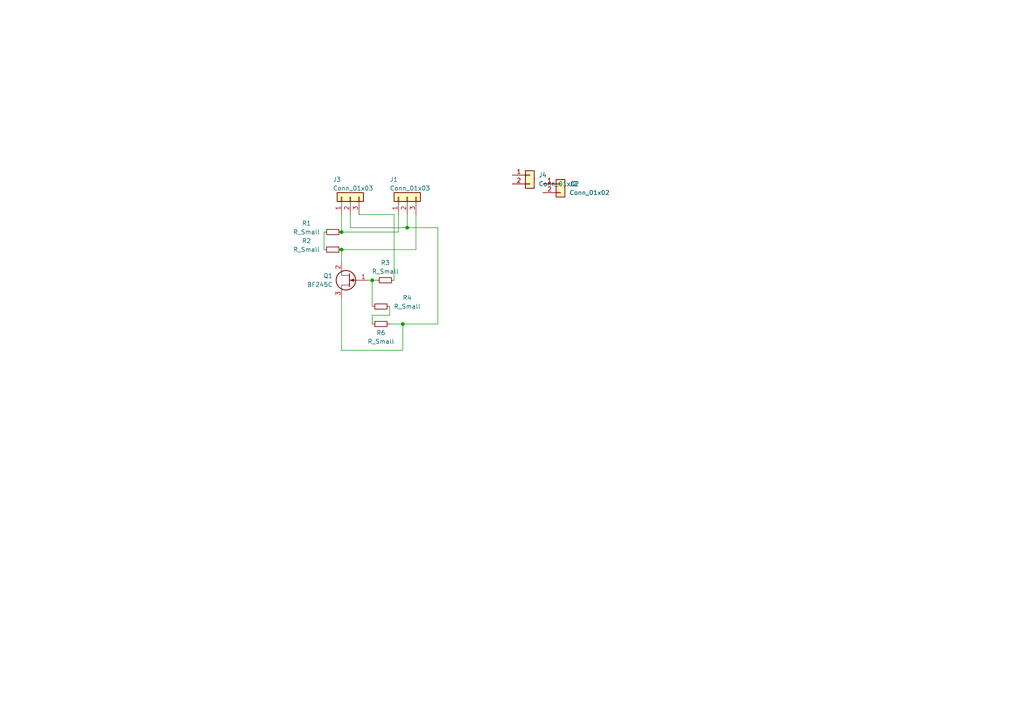
<source format=kicad_sch>
(kicad_sch (version 20230121) (generator eeschema)
  (paper "A4")
  (lib_symbols
    (symbol "Connector_Generic:Conn_01x02" (pin_names (offset 1.016) hide)
      (property "Reference" "J" (at 0 2.54 0))
      (property "Value" "Conn_01x02" (at 0 -5.08 0))
      (symbol "Conn_01x02_1_1"
        (rectangle (start -1.27 -2.413) (end 0 -2.667) (stroke (width 0.1524)))
        (rectangle (start -1.27 0.127) (end 0 -0.127) (stroke (width 0.1524)))
        (rectangle (start -1.27 1.27) (end 1.27 -3.81) (stroke (width 0.254)) (fill (type background)))
        (pin passive line (at -5.08 0 0) (length 3.81) (name "Pin_1") (number "1"))
        (pin passive line (at -5.08 -2.54 0) (length 3.81) (name "Pin_2") (number "2"))
      )
    )
    (symbol "Connector_Generic:Conn_01x03" (pin_names (offset 1.016) hide)
      (property "Reference" "J" (at 0 5.08 0))
      (property "Value" "Conn_01x03" (at 0 -5.08 0))
      (symbol "Conn_01x03_1_1"
        (rectangle (start -1.27 -2.413) (end 0 -2.667) (stroke (width 0.1524)))
        (rectangle (start -1.27 0.127) (end 0 -0.127) (stroke (width 0.1524)))
        (rectangle (start -1.27 2.667) (end 0 2.413) (stroke (width 0.1524)))
        (rectangle (start -1.27 3.81) (end 1.27 -3.81) (stroke (width 0.254)) (fill (type background)))
        (pin passive line (at -5.08 2.54 0) (length 3.81) (name "Pin_1") (number "1"))
        (pin passive line (at -5.08 0 0) (length 3.81) (name "Pin_2") (number "2"))
        (pin passive line (at -5.08 -2.54 0) (length 3.81) (name "Pin_3") (number "3"))
      )
    )
    (symbol "Device:R_Small" (pin_numbers hide) (pin_names (offset 0.254) hide)
      (property "Reference" "R" (at 0.762 0.508 0))
      (property "Value" "R_Small" (at 0.762 -1.016 0))
      (symbol "R_Small_0_1"
        (rectangle (start -0.762 1.778) (end 0.762 -1.778) (stroke (width 0.2032)))
      )
      (symbol "R_Small_1_1"
        (pin passive line (at 0 2.54 270) (length 0.762) (name "~") (number "1"))
        (pin passive line (at 0 -2.54 90) (length 0.762) (name "~") (number "2"))
      )
    )
    (symbol "Transistor_FET:BF245C" (pin_names hide)
      (property "Reference" "Q" (at 5.08 1.905 0))
      (property "Value" "BF245C" (at 5.08 0 0))
      (symbol "BF245C_0_1"
        (polyline (pts (xy 0.254 0) (xy -2.54 0)))
        (polyline (pts (xy 0.254 1.905) (xy 0.254 -1.905)) (stroke (width 0.254)))
        (polyline (pts (xy 2.54 -2.54) (xy 2.54 -1.397) (xy 0.254 -1.397)))
        (polyline (pts (xy 2.54 2.54) (xy 2.54 1.397) (xy 0.254 1.397)))
        (polyline (pts (xy 0 0) (xy -1.016 0.381) (xy -1.016 -0.381) (xy 0 0)) (fill (type outline)))
        (circle (center 1.27 0) (radius 2.8194) (stroke (width 0.254)))
      )
      (symbol "BF245C_1_1"
        (pin input line (at -5.08 0 0) (length 2.54) (name "G") (number "1"))
        (pin passive line (at 2.54 -5.08 90) (length 2.54) (name "S") (number "2"))
        (pin passive line (at 2.54 5.08 270) (length 2.54) (name "D") (number "3"))
      )
    )
  )
  (junction (at 107.95 81.28))
  (junction (at 99.06 67.31))
  (junction (at 118.11 66.04))
  (junction (at 99.06 72.39))
  (junction (at 116.84 93.98))
  (wire (pts (xy 120.65 72.39) (xy 99.06 72.39)))
  (wire (pts (xy 113.03 93.98) (xy 116.84 93.98)))
  (wire (pts (xy 99.06 101.6) (xy 116.84 101.6)))
  (wire (pts (xy 101.6 62.23) (xy 101.6 66.04)))
  (wire (pts (xy 120.65 62.23) (xy 120.65 72.39)))
  (wire (pts (xy 99.06 62.23) (xy 99.06 67.31)))
  (wire (pts (xy 115.57 62.23) (xy 115.57 67.31)))
  (wire (pts (xy 107.95 91.44) (xy 107.95 93.98)))
  (wire (pts (xy 99.06 72.39) (xy 99.06 76.2)))
  (wire (pts (xy 93.98 67.31) (xy 93.98 72.39)))
  (wire (pts (xy 114.3 81.28) (xy 114.3 62.23)))
  (wire (pts (xy 118.11 66.04) (xy 101.6 66.04)))
  (wire (pts (xy 127 93.98) (xy 127 66.04)))
  (wire (pts (xy 107.95 81.28) (xy 109.22 81.28)))
  (wire (pts (xy 107.95 81.28) (xy 107.95 88.9)))
  (wire (pts (xy 127 66.04) (xy 118.11 66.04)))
  (wire (pts (xy 116.84 101.6) (xy 116.84 93.98)))
  (wire (pts (xy 106.68 81.28) (xy 107.95 81.28)))
  (wire (pts (xy 118.11 62.23) (xy 118.11 66.04)))
  (wire (pts (xy 116.84 93.98) (xy 127 93.98)))
  (wire (pts (xy 113.03 91.44) (xy 107.95 91.44)))
  (wire (pts (xy 114.3 62.23) (xy 104.14 62.23)))
  (wire (pts (xy 113.03 88.9) (xy 113.03 91.44)))
  (wire (pts (xy 99.06 86.36) (xy 99.06 101.6)))
  (wire (pts (xy 115.57 67.31) (xy 99.06 67.31)))
  (symbol (lib_id "Connector_Generic:Conn_01x02") (at 153.67 50.8 0) (unit 1)
    (property "Reference" "J4" (at 156.21 50.8 0) (effects (justify left)))
    (property "Value" "Conn_01x02" (at 156.21 53.34 0) (effects (justify left)))
  )
  (symbol (lib_id "Device:R_Small") (at 96.52 67.31 90) (unit 1)
    (property "Reference" "R1" (at 88.9 64.77 90))
    (property "Value" "R_Small" (at 88.9 67.31 90))
    (property "Footprint" "Resistor_THT:R_Axial_DIN0204_L3.6mm_D1.6mm_P7.62mm_Horizontal" (effects hide))
  )
  (symbol (lib_id "Connector_Generic:Conn_01x02") (at 162.56 53.34 0) (unit 1)
    (property "Reference" "J2" (at 165.1 53.34 0) (effects (justify left)))
    (property "Value" "Conn_01x02" (at 165.1 55.88 0) (effects (justify left)))
  )
  (symbol (lib_id "Device:R_Small") (at 111.76 81.28 90) (unit 1)
    (property "Reference" "R3" (at 111.76 76.2 90))
    (property "Value" "R_Small" (at 111.76 78.74 90))
    (property "Footprint" "Resistor_THT:R_Axial_DIN0204_L3.6mm_D1.6mm_P7.62mm_Horizontal" (effects hide))
  )
  (symbol (lib_id "Device:R_Small") (at 96.52 72.39 90) (unit 1)
    (property "Reference" "R2" (at 88.9 69.85 90))
    (property "Value" "R_Small" (at 88.9 72.39 90))
    (property "Footprint" "Resistor_THT:R_Axial_DIN0204_L3.6mm_D1.6mm_P7.62mm_Horizontal" (effects hide))
  )
  (symbol (lib_id "Device:R_Small") (at 110.49 93.98 90) (unit 1)
    (property "Reference" "R6" (at 110.49 96.52 90))
    (property "Value" "R_Small" (at 110.49 99.06 90))
    (property "Footprint" "Resistor_THT:R_Axial_DIN0204_L3.6mm_D1.6mm_P7.62mm_Horizontal" (effects hide))
  )
  (symbol (lib_id "Connector_Generic:Conn_01x03") (at 101.6 57.15 90) (unit 1)
    (property "Reference" "J3" (at 96.52 52.07 90) (effects (justify right)))
    (property "Value" "Conn_01x03" (at 96.52 54.61 90) (effects (justify right)))
  )
  (symbol (lib_id "Device:R_Small") (at 110.49 88.9 90) (unit 1)
    (property "Reference" "R4" (at 118.11 86.36 90))
    (property "Value" "R_Small" (at 118.11 88.9 90))
    (property "Footprint" "Resistor_THT:R_Axial_DIN0204_L3.6mm_D1.6mm_P7.62mm_Horizontal" (effects hide))
  )
  (symbol (lib_id "Transistor_FET:BF245C") (at 101.6 81.28 180) (unit 1)
    (property "Reference" "Q1" (at 96.52 80.01 0) (effects (justify left)))
    (property "Value" "BF245C" (at 96.52 82.55 0) (effects (justify left)))
    (property "Footprint" "Package_TO_SOT_THT:TO-92_Inline" (effects hide))
    (property "Datasheet" "https://www.onsemi.com/pub/Collateral/BF245A-D.PDF" (effects hide))
  )
  (symbol (lib_id "Connector_Generic:Conn_01x03") (at 118.11 57.15 90) (unit 1)
    (property "Reference" "J1" (at 113.03 52.07 90) (effects (justify right)))
    (property "Value" "Conn_01x03" (at 113.03 54.61 90) (effects (justify right)))
  )
)
</source>
